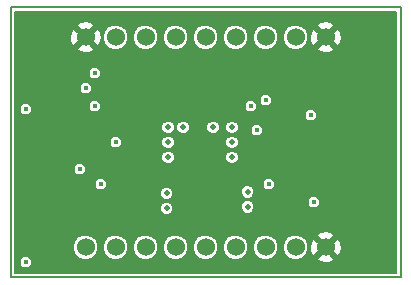
<source format=gbr>
%TF.GenerationSoftware,KiCad,Pcbnew,4.0.2-stable*%
%TF.CreationDate,2021-11-11T14:40:34-08:00*%
%TF.ProjectId,RS485,52533438352E6B696361645F70636200,rev?*%
%TF.FileFunction,Copper,L3,Inr,Signal*%
%FSLAX46Y46*%
G04 Gerber Fmt 4.6, Leading zero omitted, Abs format (unit mm)*
G04 Created by KiCad (PCBNEW 4.0.2-stable) date 11/11/2021 2:40:34 PM*
%MOMM*%
G01*
G04 APERTURE LIST*
%ADD10C,0.100000*%
%ADD11C,0.150000*%
%ADD12C,1.524000*%
%ADD13C,0.508000*%
%ADD14C,0.406400*%
%ADD15C,0.127000*%
G04 APERTURE END LIST*
D10*
D11*
X170180000Y-107950000D02*
X170180000Y-85090000D01*
X203200000Y-107950000D02*
X170180000Y-107950000D01*
X203200000Y-85090000D02*
X203200000Y-107950000D01*
X170180000Y-85090000D02*
X203200000Y-85090000D01*
D12*
X196850000Y-87630000D03*
X194310000Y-87630000D03*
X191770000Y-87630000D03*
X189230000Y-87630000D03*
X186690000Y-87630000D03*
X184150000Y-87630000D03*
X181610000Y-87630000D03*
X179070000Y-87630000D03*
X176530000Y-87630000D03*
X196850000Y-105410000D03*
X194310000Y-105410000D03*
X191770000Y-105410000D03*
X189230000Y-105410000D03*
X186690000Y-105410000D03*
X184150000Y-105410000D03*
X181610000Y-105410000D03*
X179070000Y-105410000D03*
X176530000Y-105410000D03*
D13*
X186055000Y-102806500D03*
D14*
X195834000Y-97536000D03*
X197866000Y-100076000D03*
D13*
X191008000Y-96266000D03*
X181102000Y-92202000D03*
D14*
X175260000Y-91948000D03*
X192278000Y-90424000D03*
X197612000Y-92964000D03*
X201676000Y-93472000D03*
X201676000Y-97028000D03*
X181356000Y-102870000D03*
X181356000Y-99822000D03*
X179070000Y-95504000D03*
X179070000Y-102362000D03*
X171450000Y-91440000D03*
X171450000Y-98425000D03*
X172402500Y-98742500D03*
D13*
X187071000Y-101981000D03*
X187071000Y-100711000D03*
X188277500Y-90170000D03*
D14*
X195834000Y-101600000D03*
D13*
X183388000Y-102108000D03*
X183388000Y-100838000D03*
D14*
X177292000Y-90678000D03*
X195580000Y-94234000D03*
X179070000Y-96520000D03*
D13*
X190246000Y-100711000D03*
X190246000Y-101981000D03*
X183515000Y-97790000D03*
X183515000Y-95250000D03*
X184785000Y-95250000D03*
X183515000Y-96520000D03*
X188912500Y-97790000D03*
X188912500Y-95250000D03*
X187325000Y-95250000D03*
X188912500Y-96520000D03*
D14*
X171450000Y-106680000D03*
X191008000Y-95504000D03*
X177800000Y-100076000D03*
X190500000Y-93472000D03*
X177292000Y-93472000D03*
X192024000Y-100076000D03*
X176022000Y-98806000D03*
X191770000Y-92964000D03*
X176530000Y-91948000D03*
X171450000Y-93726000D03*
D15*
G36*
X202807500Y-107557500D02*
X170572500Y-107557500D01*
X170572500Y-106783119D01*
X170929210Y-106783119D01*
X171008315Y-106974567D01*
X171154662Y-107121170D01*
X171345972Y-107200609D01*
X171553119Y-107200790D01*
X171744567Y-107121685D01*
X171891170Y-106975338D01*
X171970609Y-106784028D01*
X171970790Y-106576881D01*
X171891685Y-106385433D01*
X171745338Y-106238830D01*
X171554028Y-106159391D01*
X171346881Y-106159210D01*
X171155433Y-106238315D01*
X171008830Y-106384662D01*
X170929391Y-106575972D01*
X170929210Y-106783119D01*
X170572500Y-106783119D01*
X170572500Y-105623784D01*
X175450313Y-105623784D01*
X175614311Y-106020689D01*
X175917714Y-106324622D01*
X176314332Y-106489313D01*
X176743784Y-106489687D01*
X177140689Y-106325689D01*
X177444622Y-106022286D01*
X177609313Y-105625668D01*
X177609314Y-105623784D01*
X177990313Y-105623784D01*
X178154311Y-106020689D01*
X178457714Y-106324622D01*
X178854332Y-106489313D01*
X179283784Y-106489687D01*
X179680689Y-106325689D01*
X179984622Y-106022286D01*
X180149313Y-105625668D01*
X180149314Y-105623784D01*
X180530313Y-105623784D01*
X180694311Y-106020689D01*
X180997714Y-106324622D01*
X181394332Y-106489313D01*
X181823784Y-106489687D01*
X182220689Y-106325689D01*
X182524622Y-106022286D01*
X182689313Y-105625668D01*
X182689314Y-105623784D01*
X183070313Y-105623784D01*
X183234311Y-106020689D01*
X183537714Y-106324622D01*
X183934332Y-106489313D01*
X184363784Y-106489687D01*
X184760689Y-106325689D01*
X185064622Y-106022286D01*
X185229313Y-105625668D01*
X185229314Y-105623784D01*
X185610313Y-105623784D01*
X185774311Y-106020689D01*
X186077714Y-106324622D01*
X186474332Y-106489313D01*
X186903784Y-106489687D01*
X187300689Y-106325689D01*
X187604622Y-106022286D01*
X187769313Y-105625668D01*
X187769314Y-105623784D01*
X188150313Y-105623784D01*
X188314311Y-106020689D01*
X188617714Y-106324622D01*
X189014332Y-106489313D01*
X189443784Y-106489687D01*
X189840689Y-106325689D01*
X190144622Y-106022286D01*
X190309313Y-105625668D01*
X190309314Y-105623784D01*
X190690313Y-105623784D01*
X190854311Y-106020689D01*
X191157714Y-106324622D01*
X191554332Y-106489313D01*
X191983784Y-106489687D01*
X192380689Y-106325689D01*
X192684622Y-106022286D01*
X192849313Y-105625668D01*
X192849314Y-105623784D01*
X193230313Y-105623784D01*
X193394311Y-106020689D01*
X193697714Y-106324622D01*
X194094332Y-106489313D01*
X194523784Y-106489687D01*
X194754236Y-106394466D01*
X196134942Y-106394466D01*
X196212834Y-106611082D01*
X196720970Y-106763489D01*
X197248750Y-106709838D01*
X197487166Y-106611082D01*
X197565058Y-106394466D01*
X196850000Y-105679408D01*
X196134942Y-106394466D01*
X194754236Y-106394466D01*
X194920689Y-106325689D01*
X195224622Y-106022286D01*
X195389313Y-105625668D01*
X195389613Y-105280970D01*
X195496511Y-105280970D01*
X195550162Y-105808750D01*
X195648918Y-106047166D01*
X195865534Y-106125058D01*
X196580592Y-105410000D01*
X197119408Y-105410000D01*
X197834466Y-106125058D01*
X198051082Y-106047166D01*
X198203489Y-105539030D01*
X198149838Y-105011250D01*
X198051082Y-104772834D01*
X197834466Y-104694942D01*
X197119408Y-105410000D01*
X196580592Y-105410000D01*
X195865534Y-104694942D01*
X195648918Y-104772834D01*
X195496511Y-105280970D01*
X195389613Y-105280970D01*
X195389687Y-105196216D01*
X195225689Y-104799311D01*
X194922286Y-104495378D01*
X194754084Y-104425534D01*
X196134942Y-104425534D01*
X196850000Y-105140592D01*
X197565058Y-104425534D01*
X197487166Y-104208918D01*
X196979030Y-104056511D01*
X196451250Y-104110162D01*
X196212834Y-104208918D01*
X196134942Y-104425534D01*
X194754084Y-104425534D01*
X194525668Y-104330687D01*
X194096216Y-104330313D01*
X193699311Y-104494311D01*
X193395378Y-104797714D01*
X193230687Y-105194332D01*
X193230313Y-105623784D01*
X192849314Y-105623784D01*
X192849687Y-105196216D01*
X192685689Y-104799311D01*
X192382286Y-104495378D01*
X191985668Y-104330687D01*
X191556216Y-104330313D01*
X191159311Y-104494311D01*
X190855378Y-104797714D01*
X190690687Y-105194332D01*
X190690313Y-105623784D01*
X190309314Y-105623784D01*
X190309687Y-105196216D01*
X190145689Y-104799311D01*
X189842286Y-104495378D01*
X189445668Y-104330687D01*
X189016216Y-104330313D01*
X188619311Y-104494311D01*
X188315378Y-104797714D01*
X188150687Y-105194332D01*
X188150313Y-105623784D01*
X187769314Y-105623784D01*
X187769687Y-105196216D01*
X187605689Y-104799311D01*
X187302286Y-104495378D01*
X186905668Y-104330687D01*
X186476216Y-104330313D01*
X186079311Y-104494311D01*
X185775378Y-104797714D01*
X185610687Y-105194332D01*
X185610313Y-105623784D01*
X185229314Y-105623784D01*
X185229687Y-105196216D01*
X185065689Y-104799311D01*
X184762286Y-104495378D01*
X184365668Y-104330687D01*
X183936216Y-104330313D01*
X183539311Y-104494311D01*
X183235378Y-104797714D01*
X183070687Y-105194332D01*
X183070313Y-105623784D01*
X182689314Y-105623784D01*
X182689687Y-105196216D01*
X182525689Y-104799311D01*
X182222286Y-104495378D01*
X181825668Y-104330687D01*
X181396216Y-104330313D01*
X180999311Y-104494311D01*
X180695378Y-104797714D01*
X180530687Y-105194332D01*
X180530313Y-105623784D01*
X180149314Y-105623784D01*
X180149687Y-105196216D01*
X179985689Y-104799311D01*
X179682286Y-104495378D01*
X179285668Y-104330687D01*
X178856216Y-104330313D01*
X178459311Y-104494311D01*
X178155378Y-104797714D01*
X177990687Y-105194332D01*
X177990313Y-105623784D01*
X177609314Y-105623784D01*
X177609687Y-105196216D01*
X177445689Y-104799311D01*
X177142286Y-104495378D01*
X176745668Y-104330687D01*
X176316216Y-104330313D01*
X175919311Y-104494311D01*
X175615378Y-104797714D01*
X175450687Y-105194332D01*
X175450313Y-105623784D01*
X170572500Y-105623784D01*
X170572500Y-102221180D01*
X182816401Y-102221180D01*
X182903224Y-102431306D01*
X183063849Y-102592211D01*
X183273823Y-102679400D01*
X183501180Y-102679599D01*
X183711306Y-102592776D01*
X183872211Y-102432151D01*
X183959400Y-102222177D01*
X183959512Y-102094180D01*
X189674401Y-102094180D01*
X189761224Y-102304306D01*
X189921849Y-102465211D01*
X190131823Y-102552400D01*
X190359180Y-102552599D01*
X190569306Y-102465776D01*
X190730211Y-102305151D01*
X190817400Y-102095177D01*
X190817599Y-101867820D01*
X190749546Y-101703119D01*
X195313210Y-101703119D01*
X195392315Y-101894567D01*
X195538662Y-102041170D01*
X195729972Y-102120609D01*
X195937119Y-102120790D01*
X196128567Y-102041685D01*
X196275170Y-101895338D01*
X196354609Y-101704028D01*
X196354790Y-101496881D01*
X196275685Y-101305433D01*
X196129338Y-101158830D01*
X195938028Y-101079391D01*
X195730881Y-101079210D01*
X195539433Y-101158315D01*
X195392830Y-101304662D01*
X195313391Y-101495972D01*
X195313210Y-101703119D01*
X190749546Y-101703119D01*
X190730776Y-101657694D01*
X190570151Y-101496789D01*
X190360177Y-101409600D01*
X190132820Y-101409401D01*
X189922694Y-101496224D01*
X189761789Y-101656849D01*
X189674600Y-101866823D01*
X189674401Y-102094180D01*
X183959512Y-102094180D01*
X183959599Y-101994820D01*
X183872776Y-101784694D01*
X183712151Y-101623789D01*
X183502177Y-101536600D01*
X183274820Y-101536401D01*
X183064694Y-101623224D01*
X182903789Y-101783849D01*
X182816600Y-101993823D01*
X182816401Y-102221180D01*
X170572500Y-102221180D01*
X170572500Y-100951180D01*
X182816401Y-100951180D01*
X182903224Y-101161306D01*
X183063849Y-101322211D01*
X183273823Y-101409400D01*
X183501180Y-101409599D01*
X183711306Y-101322776D01*
X183872211Y-101162151D01*
X183959400Y-100952177D01*
X183959512Y-100824180D01*
X189674401Y-100824180D01*
X189761224Y-101034306D01*
X189921849Y-101195211D01*
X190131823Y-101282400D01*
X190359180Y-101282599D01*
X190569306Y-101195776D01*
X190730211Y-101035151D01*
X190817400Y-100825177D01*
X190817599Y-100597820D01*
X190730776Y-100387694D01*
X190570151Y-100226789D01*
X190455350Y-100179119D01*
X191503210Y-100179119D01*
X191582315Y-100370567D01*
X191728662Y-100517170D01*
X191919972Y-100596609D01*
X192127119Y-100596790D01*
X192318567Y-100517685D01*
X192465170Y-100371338D01*
X192544609Y-100180028D01*
X192544790Y-99972881D01*
X192465685Y-99781433D01*
X192319338Y-99634830D01*
X192128028Y-99555391D01*
X191920881Y-99555210D01*
X191729433Y-99634315D01*
X191582830Y-99780662D01*
X191503391Y-99971972D01*
X191503210Y-100179119D01*
X190455350Y-100179119D01*
X190360177Y-100139600D01*
X190132820Y-100139401D01*
X189922694Y-100226224D01*
X189761789Y-100386849D01*
X189674600Y-100596823D01*
X189674401Y-100824180D01*
X183959512Y-100824180D01*
X183959599Y-100724820D01*
X183872776Y-100514694D01*
X183712151Y-100353789D01*
X183502177Y-100266600D01*
X183274820Y-100266401D01*
X183064694Y-100353224D01*
X182903789Y-100513849D01*
X182816600Y-100723823D01*
X182816401Y-100951180D01*
X170572500Y-100951180D01*
X170572500Y-100179119D01*
X177279210Y-100179119D01*
X177358315Y-100370567D01*
X177504662Y-100517170D01*
X177695972Y-100596609D01*
X177903119Y-100596790D01*
X178094567Y-100517685D01*
X178241170Y-100371338D01*
X178320609Y-100180028D01*
X178320790Y-99972881D01*
X178241685Y-99781433D01*
X178095338Y-99634830D01*
X177904028Y-99555391D01*
X177696881Y-99555210D01*
X177505433Y-99634315D01*
X177358830Y-99780662D01*
X177279391Y-99971972D01*
X177279210Y-100179119D01*
X170572500Y-100179119D01*
X170572500Y-98909119D01*
X175501210Y-98909119D01*
X175580315Y-99100567D01*
X175726662Y-99247170D01*
X175917972Y-99326609D01*
X176125119Y-99326790D01*
X176316567Y-99247685D01*
X176463170Y-99101338D01*
X176542609Y-98910028D01*
X176542790Y-98702881D01*
X176463685Y-98511433D01*
X176317338Y-98364830D01*
X176126028Y-98285391D01*
X175918881Y-98285210D01*
X175727433Y-98364315D01*
X175580830Y-98510662D01*
X175501391Y-98701972D01*
X175501210Y-98909119D01*
X170572500Y-98909119D01*
X170572500Y-97903180D01*
X182943401Y-97903180D01*
X183030224Y-98113306D01*
X183190849Y-98274211D01*
X183400823Y-98361400D01*
X183628180Y-98361599D01*
X183838306Y-98274776D01*
X183999211Y-98114151D01*
X184086400Y-97904177D01*
X184086400Y-97903180D01*
X188340901Y-97903180D01*
X188427724Y-98113306D01*
X188588349Y-98274211D01*
X188798323Y-98361400D01*
X189025680Y-98361599D01*
X189235806Y-98274776D01*
X189396711Y-98114151D01*
X189483900Y-97904177D01*
X189484099Y-97676820D01*
X189397276Y-97466694D01*
X189236651Y-97305789D01*
X189026677Y-97218600D01*
X188799320Y-97218401D01*
X188589194Y-97305224D01*
X188428289Y-97465849D01*
X188341100Y-97675823D01*
X188340901Y-97903180D01*
X184086400Y-97903180D01*
X184086599Y-97676820D01*
X183999776Y-97466694D01*
X183839151Y-97305789D01*
X183629177Y-97218600D01*
X183401820Y-97218401D01*
X183191694Y-97305224D01*
X183030789Y-97465849D01*
X182943600Y-97675823D01*
X182943401Y-97903180D01*
X170572500Y-97903180D01*
X170572500Y-96623119D01*
X178549210Y-96623119D01*
X178628315Y-96814567D01*
X178774662Y-96961170D01*
X178965972Y-97040609D01*
X179173119Y-97040790D01*
X179364567Y-96961685D01*
X179511170Y-96815338D01*
X179586808Y-96633180D01*
X182943401Y-96633180D01*
X183030224Y-96843306D01*
X183190849Y-97004211D01*
X183400823Y-97091400D01*
X183628180Y-97091599D01*
X183838306Y-97004776D01*
X183999211Y-96844151D01*
X184086400Y-96634177D01*
X184086400Y-96633180D01*
X188340901Y-96633180D01*
X188427724Y-96843306D01*
X188588349Y-97004211D01*
X188798323Y-97091400D01*
X189025680Y-97091599D01*
X189235806Y-97004776D01*
X189396711Y-96844151D01*
X189483900Y-96634177D01*
X189484099Y-96406820D01*
X189397276Y-96196694D01*
X189236651Y-96035789D01*
X189026677Y-95948600D01*
X188799320Y-95948401D01*
X188589194Y-96035224D01*
X188428289Y-96195849D01*
X188341100Y-96405823D01*
X188340901Y-96633180D01*
X184086400Y-96633180D01*
X184086599Y-96406820D01*
X183999776Y-96196694D01*
X183839151Y-96035789D01*
X183629177Y-95948600D01*
X183401820Y-95948401D01*
X183191694Y-96035224D01*
X183030789Y-96195849D01*
X182943600Y-96405823D01*
X182943401Y-96633180D01*
X179586808Y-96633180D01*
X179590609Y-96624028D01*
X179590790Y-96416881D01*
X179511685Y-96225433D01*
X179365338Y-96078830D01*
X179174028Y-95999391D01*
X178966881Y-95999210D01*
X178775433Y-96078315D01*
X178628830Y-96224662D01*
X178549391Y-96415972D01*
X178549210Y-96623119D01*
X170572500Y-96623119D01*
X170572500Y-95363180D01*
X182943401Y-95363180D01*
X183030224Y-95573306D01*
X183190849Y-95734211D01*
X183400823Y-95821400D01*
X183628180Y-95821599D01*
X183838306Y-95734776D01*
X183999211Y-95574151D01*
X184086400Y-95364177D01*
X184086400Y-95363180D01*
X184213401Y-95363180D01*
X184300224Y-95573306D01*
X184460849Y-95734211D01*
X184670823Y-95821400D01*
X184898180Y-95821599D01*
X185108306Y-95734776D01*
X185269211Y-95574151D01*
X185356400Y-95364177D01*
X185356400Y-95363180D01*
X186753401Y-95363180D01*
X186840224Y-95573306D01*
X187000849Y-95734211D01*
X187210823Y-95821400D01*
X187438180Y-95821599D01*
X187648306Y-95734776D01*
X187809211Y-95574151D01*
X187896400Y-95364177D01*
X187896400Y-95363180D01*
X188340901Y-95363180D01*
X188427724Y-95573306D01*
X188588349Y-95734211D01*
X188798323Y-95821400D01*
X189025680Y-95821599D01*
X189235806Y-95734776D01*
X189363685Y-95607119D01*
X190487210Y-95607119D01*
X190566315Y-95798567D01*
X190712662Y-95945170D01*
X190903972Y-96024609D01*
X191111119Y-96024790D01*
X191302567Y-95945685D01*
X191449170Y-95799338D01*
X191528609Y-95608028D01*
X191528790Y-95400881D01*
X191449685Y-95209433D01*
X191303338Y-95062830D01*
X191112028Y-94983391D01*
X190904881Y-94983210D01*
X190713433Y-95062315D01*
X190566830Y-95208662D01*
X190487391Y-95399972D01*
X190487210Y-95607119D01*
X189363685Y-95607119D01*
X189396711Y-95574151D01*
X189483900Y-95364177D01*
X189484099Y-95136820D01*
X189397276Y-94926694D01*
X189236651Y-94765789D01*
X189026677Y-94678600D01*
X188799320Y-94678401D01*
X188589194Y-94765224D01*
X188428289Y-94925849D01*
X188341100Y-95135823D01*
X188340901Y-95363180D01*
X187896400Y-95363180D01*
X187896599Y-95136820D01*
X187809776Y-94926694D01*
X187649151Y-94765789D01*
X187439177Y-94678600D01*
X187211820Y-94678401D01*
X187001694Y-94765224D01*
X186840789Y-94925849D01*
X186753600Y-95135823D01*
X186753401Y-95363180D01*
X185356400Y-95363180D01*
X185356599Y-95136820D01*
X185269776Y-94926694D01*
X185109151Y-94765789D01*
X184899177Y-94678600D01*
X184671820Y-94678401D01*
X184461694Y-94765224D01*
X184300789Y-94925849D01*
X184213600Y-95135823D01*
X184213401Y-95363180D01*
X184086400Y-95363180D01*
X184086599Y-95136820D01*
X183999776Y-94926694D01*
X183839151Y-94765789D01*
X183629177Y-94678600D01*
X183401820Y-94678401D01*
X183191694Y-94765224D01*
X183030789Y-94925849D01*
X182943600Y-95135823D01*
X182943401Y-95363180D01*
X170572500Y-95363180D01*
X170572500Y-94337119D01*
X195059210Y-94337119D01*
X195138315Y-94528567D01*
X195284662Y-94675170D01*
X195475972Y-94754609D01*
X195683119Y-94754790D01*
X195874567Y-94675685D01*
X196021170Y-94529338D01*
X196100609Y-94338028D01*
X196100790Y-94130881D01*
X196021685Y-93939433D01*
X195875338Y-93792830D01*
X195684028Y-93713391D01*
X195476881Y-93713210D01*
X195285433Y-93792315D01*
X195138830Y-93938662D01*
X195059391Y-94129972D01*
X195059210Y-94337119D01*
X170572500Y-94337119D01*
X170572500Y-93829119D01*
X170929210Y-93829119D01*
X171008315Y-94020567D01*
X171154662Y-94167170D01*
X171345972Y-94246609D01*
X171553119Y-94246790D01*
X171744567Y-94167685D01*
X171891170Y-94021338D01*
X171970609Y-93830028D01*
X171970790Y-93622881D01*
X171951056Y-93575119D01*
X176771210Y-93575119D01*
X176850315Y-93766567D01*
X176996662Y-93913170D01*
X177187972Y-93992609D01*
X177395119Y-93992790D01*
X177586567Y-93913685D01*
X177733170Y-93767338D01*
X177812609Y-93576028D01*
X177812609Y-93575119D01*
X189979210Y-93575119D01*
X190058315Y-93766567D01*
X190204662Y-93913170D01*
X190395972Y-93992609D01*
X190603119Y-93992790D01*
X190794567Y-93913685D01*
X190941170Y-93767338D01*
X191020609Y-93576028D01*
X191020790Y-93368881D01*
X190941685Y-93177433D01*
X190831564Y-93067119D01*
X191249210Y-93067119D01*
X191328315Y-93258567D01*
X191474662Y-93405170D01*
X191665972Y-93484609D01*
X191873119Y-93484790D01*
X192064567Y-93405685D01*
X192211170Y-93259338D01*
X192290609Y-93068028D01*
X192290790Y-92860881D01*
X192211685Y-92669433D01*
X192065338Y-92522830D01*
X191874028Y-92443391D01*
X191666881Y-92443210D01*
X191475433Y-92522315D01*
X191328830Y-92668662D01*
X191249391Y-92859972D01*
X191249210Y-93067119D01*
X190831564Y-93067119D01*
X190795338Y-93030830D01*
X190604028Y-92951391D01*
X190396881Y-92951210D01*
X190205433Y-93030315D01*
X190058830Y-93176662D01*
X189979391Y-93367972D01*
X189979210Y-93575119D01*
X177812609Y-93575119D01*
X177812790Y-93368881D01*
X177733685Y-93177433D01*
X177587338Y-93030830D01*
X177396028Y-92951391D01*
X177188881Y-92951210D01*
X176997433Y-93030315D01*
X176850830Y-93176662D01*
X176771391Y-93367972D01*
X176771210Y-93575119D01*
X171951056Y-93575119D01*
X171891685Y-93431433D01*
X171745338Y-93284830D01*
X171554028Y-93205391D01*
X171346881Y-93205210D01*
X171155433Y-93284315D01*
X171008830Y-93430662D01*
X170929391Y-93621972D01*
X170929210Y-93829119D01*
X170572500Y-93829119D01*
X170572500Y-92051119D01*
X176009210Y-92051119D01*
X176088315Y-92242567D01*
X176234662Y-92389170D01*
X176425972Y-92468609D01*
X176633119Y-92468790D01*
X176824567Y-92389685D01*
X176971170Y-92243338D01*
X177050609Y-92052028D01*
X177050790Y-91844881D01*
X176971685Y-91653433D01*
X176825338Y-91506830D01*
X176634028Y-91427391D01*
X176426881Y-91427210D01*
X176235433Y-91506315D01*
X176088830Y-91652662D01*
X176009391Y-91843972D01*
X176009210Y-92051119D01*
X170572500Y-92051119D01*
X170572500Y-90781119D01*
X176771210Y-90781119D01*
X176850315Y-90972567D01*
X176996662Y-91119170D01*
X177187972Y-91198609D01*
X177395119Y-91198790D01*
X177586567Y-91119685D01*
X177733170Y-90973338D01*
X177812609Y-90782028D01*
X177812790Y-90574881D01*
X177733685Y-90383433D01*
X177587338Y-90236830D01*
X177396028Y-90157391D01*
X177188881Y-90157210D01*
X176997433Y-90236315D01*
X176850830Y-90382662D01*
X176771391Y-90573972D01*
X176771210Y-90781119D01*
X170572500Y-90781119D01*
X170572500Y-88614466D01*
X175814942Y-88614466D01*
X175892834Y-88831082D01*
X176400970Y-88983489D01*
X176928750Y-88929838D01*
X177167166Y-88831082D01*
X177245058Y-88614466D01*
X176530000Y-87899408D01*
X175814942Y-88614466D01*
X170572500Y-88614466D01*
X170572500Y-87500970D01*
X175176511Y-87500970D01*
X175230162Y-88028750D01*
X175328918Y-88267166D01*
X175545534Y-88345058D01*
X176260592Y-87630000D01*
X176799408Y-87630000D01*
X177514466Y-88345058D01*
X177731082Y-88267166D01*
X177858068Y-87843784D01*
X177990313Y-87843784D01*
X178154311Y-88240689D01*
X178457714Y-88544622D01*
X178854332Y-88709313D01*
X179283784Y-88709687D01*
X179680689Y-88545689D01*
X179984622Y-88242286D01*
X180149313Y-87845668D01*
X180149314Y-87843784D01*
X180530313Y-87843784D01*
X180694311Y-88240689D01*
X180997714Y-88544622D01*
X181394332Y-88709313D01*
X181823784Y-88709687D01*
X182220689Y-88545689D01*
X182524622Y-88242286D01*
X182689313Y-87845668D01*
X182689314Y-87843784D01*
X183070313Y-87843784D01*
X183234311Y-88240689D01*
X183537714Y-88544622D01*
X183934332Y-88709313D01*
X184363784Y-88709687D01*
X184760689Y-88545689D01*
X185064622Y-88242286D01*
X185229313Y-87845668D01*
X185229314Y-87843784D01*
X185610313Y-87843784D01*
X185774311Y-88240689D01*
X186077714Y-88544622D01*
X186474332Y-88709313D01*
X186903784Y-88709687D01*
X187300689Y-88545689D01*
X187604622Y-88242286D01*
X187769313Y-87845668D01*
X187769314Y-87843784D01*
X188150313Y-87843784D01*
X188314311Y-88240689D01*
X188617714Y-88544622D01*
X189014332Y-88709313D01*
X189443784Y-88709687D01*
X189840689Y-88545689D01*
X190144622Y-88242286D01*
X190309313Y-87845668D01*
X190309314Y-87843784D01*
X190690313Y-87843784D01*
X190854311Y-88240689D01*
X191157714Y-88544622D01*
X191554332Y-88709313D01*
X191983784Y-88709687D01*
X192380689Y-88545689D01*
X192684622Y-88242286D01*
X192849313Y-87845668D01*
X192849314Y-87843784D01*
X193230313Y-87843784D01*
X193394311Y-88240689D01*
X193697714Y-88544622D01*
X194094332Y-88709313D01*
X194523784Y-88709687D01*
X194754236Y-88614466D01*
X196134942Y-88614466D01*
X196212834Y-88831082D01*
X196720970Y-88983489D01*
X197248750Y-88929838D01*
X197487166Y-88831082D01*
X197565058Y-88614466D01*
X196850000Y-87899408D01*
X196134942Y-88614466D01*
X194754236Y-88614466D01*
X194920689Y-88545689D01*
X195224622Y-88242286D01*
X195389313Y-87845668D01*
X195389613Y-87500970D01*
X195496511Y-87500970D01*
X195550162Y-88028750D01*
X195648918Y-88267166D01*
X195865534Y-88345058D01*
X196580592Y-87630000D01*
X197119408Y-87630000D01*
X197834466Y-88345058D01*
X198051082Y-88267166D01*
X198203489Y-87759030D01*
X198149838Y-87231250D01*
X198051082Y-86992834D01*
X197834466Y-86914942D01*
X197119408Y-87630000D01*
X196580592Y-87630000D01*
X195865534Y-86914942D01*
X195648918Y-86992834D01*
X195496511Y-87500970D01*
X195389613Y-87500970D01*
X195389687Y-87416216D01*
X195225689Y-87019311D01*
X194922286Y-86715378D01*
X194754084Y-86645534D01*
X196134942Y-86645534D01*
X196850000Y-87360592D01*
X197565058Y-86645534D01*
X197487166Y-86428918D01*
X196979030Y-86276511D01*
X196451250Y-86330162D01*
X196212834Y-86428918D01*
X196134942Y-86645534D01*
X194754084Y-86645534D01*
X194525668Y-86550687D01*
X194096216Y-86550313D01*
X193699311Y-86714311D01*
X193395378Y-87017714D01*
X193230687Y-87414332D01*
X193230313Y-87843784D01*
X192849314Y-87843784D01*
X192849687Y-87416216D01*
X192685689Y-87019311D01*
X192382286Y-86715378D01*
X191985668Y-86550687D01*
X191556216Y-86550313D01*
X191159311Y-86714311D01*
X190855378Y-87017714D01*
X190690687Y-87414332D01*
X190690313Y-87843784D01*
X190309314Y-87843784D01*
X190309687Y-87416216D01*
X190145689Y-87019311D01*
X189842286Y-86715378D01*
X189445668Y-86550687D01*
X189016216Y-86550313D01*
X188619311Y-86714311D01*
X188315378Y-87017714D01*
X188150687Y-87414332D01*
X188150313Y-87843784D01*
X187769314Y-87843784D01*
X187769687Y-87416216D01*
X187605689Y-87019311D01*
X187302286Y-86715378D01*
X186905668Y-86550687D01*
X186476216Y-86550313D01*
X186079311Y-86714311D01*
X185775378Y-87017714D01*
X185610687Y-87414332D01*
X185610313Y-87843784D01*
X185229314Y-87843784D01*
X185229687Y-87416216D01*
X185065689Y-87019311D01*
X184762286Y-86715378D01*
X184365668Y-86550687D01*
X183936216Y-86550313D01*
X183539311Y-86714311D01*
X183235378Y-87017714D01*
X183070687Y-87414332D01*
X183070313Y-87843784D01*
X182689314Y-87843784D01*
X182689687Y-87416216D01*
X182525689Y-87019311D01*
X182222286Y-86715378D01*
X181825668Y-86550687D01*
X181396216Y-86550313D01*
X180999311Y-86714311D01*
X180695378Y-87017714D01*
X180530687Y-87414332D01*
X180530313Y-87843784D01*
X180149314Y-87843784D01*
X180149687Y-87416216D01*
X179985689Y-87019311D01*
X179682286Y-86715378D01*
X179285668Y-86550687D01*
X178856216Y-86550313D01*
X178459311Y-86714311D01*
X178155378Y-87017714D01*
X177990687Y-87414332D01*
X177990313Y-87843784D01*
X177858068Y-87843784D01*
X177883489Y-87759030D01*
X177829838Y-87231250D01*
X177731082Y-86992834D01*
X177514466Y-86914942D01*
X176799408Y-87630000D01*
X176260592Y-87630000D01*
X175545534Y-86914942D01*
X175328918Y-86992834D01*
X175176511Y-87500970D01*
X170572500Y-87500970D01*
X170572500Y-86645534D01*
X175814942Y-86645534D01*
X176530000Y-87360592D01*
X177245058Y-86645534D01*
X177167166Y-86428918D01*
X176659030Y-86276511D01*
X176131250Y-86330162D01*
X175892834Y-86428918D01*
X175814942Y-86645534D01*
X170572500Y-86645534D01*
X170572500Y-85482500D01*
X202807500Y-85482500D01*
X202807500Y-107557500D01*
X202807500Y-107557500D01*
G37*
X202807500Y-107557500D02*
X170572500Y-107557500D01*
X170572500Y-106783119D01*
X170929210Y-106783119D01*
X171008315Y-106974567D01*
X171154662Y-107121170D01*
X171345972Y-107200609D01*
X171553119Y-107200790D01*
X171744567Y-107121685D01*
X171891170Y-106975338D01*
X171970609Y-106784028D01*
X171970790Y-106576881D01*
X171891685Y-106385433D01*
X171745338Y-106238830D01*
X171554028Y-106159391D01*
X171346881Y-106159210D01*
X171155433Y-106238315D01*
X171008830Y-106384662D01*
X170929391Y-106575972D01*
X170929210Y-106783119D01*
X170572500Y-106783119D01*
X170572500Y-105623784D01*
X175450313Y-105623784D01*
X175614311Y-106020689D01*
X175917714Y-106324622D01*
X176314332Y-106489313D01*
X176743784Y-106489687D01*
X177140689Y-106325689D01*
X177444622Y-106022286D01*
X177609313Y-105625668D01*
X177609314Y-105623784D01*
X177990313Y-105623784D01*
X178154311Y-106020689D01*
X178457714Y-106324622D01*
X178854332Y-106489313D01*
X179283784Y-106489687D01*
X179680689Y-106325689D01*
X179984622Y-106022286D01*
X180149313Y-105625668D01*
X180149314Y-105623784D01*
X180530313Y-105623784D01*
X180694311Y-106020689D01*
X180997714Y-106324622D01*
X181394332Y-106489313D01*
X181823784Y-106489687D01*
X182220689Y-106325689D01*
X182524622Y-106022286D01*
X182689313Y-105625668D01*
X182689314Y-105623784D01*
X183070313Y-105623784D01*
X183234311Y-106020689D01*
X183537714Y-106324622D01*
X183934332Y-106489313D01*
X184363784Y-106489687D01*
X184760689Y-106325689D01*
X185064622Y-106022286D01*
X185229313Y-105625668D01*
X185229314Y-105623784D01*
X185610313Y-105623784D01*
X185774311Y-106020689D01*
X186077714Y-106324622D01*
X186474332Y-106489313D01*
X186903784Y-106489687D01*
X187300689Y-106325689D01*
X187604622Y-106022286D01*
X187769313Y-105625668D01*
X187769314Y-105623784D01*
X188150313Y-105623784D01*
X188314311Y-106020689D01*
X188617714Y-106324622D01*
X189014332Y-106489313D01*
X189443784Y-106489687D01*
X189840689Y-106325689D01*
X190144622Y-106022286D01*
X190309313Y-105625668D01*
X190309314Y-105623784D01*
X190690313Y-105623784D01*
X190854311Y-106020689D01*
X191157714Y-106324622D01*
X191554332Y-106489313D01*
X191983784Y-106489687D01*
X192380689Y-106325689D01*
X192684622Y-106022286D01*
X192849313Y-105625668D01*
X192849314Y-105623784D01*
X193230313Y-105623784D01*
X193394311Y-106020689D01*
X193697714Y-106324622D01*
X194094332Y-106489313D01*
X194523784Y-106489687D01*
X194754236Y-106394466D01*
X196134942Y-106394466D01*
X196212834Y-106611082D01*
X196720970Y-106763489D01*
X197248750Y-106709838D01*
X197487166Y-106611082D01*
X197565058Y-106394466D01*
X196850000Y-105679408D01*
X196134942Y-106394466D01*
X194754236Y-106394466D01*
X194920689Y-106325689D01*
X195224622Y-106022286D01*
X195389313Y-105625668D01*
X195389613Y-105280970D01*
X195496511Y-105280970D01*
X195550162Y-105808750D01*
X195648918Y-106047166D01*
X195865534Y-106125058D01*
X196580592Y-105410000D01*
X197119408Y-105410000D01*
X197834466Y-106125058D01*
X198051082Y-106047166D01*
X198203489Y-105539030D01*
X198149838Y-105011250D01*
X198051082Y-104772834D01*
X197834466Y-104694942D01*
X197119408Y-105410000D01*
X196580592Y-105410000D01*
X195865534Y-104694942D01*
X195648918Y-104772834D01*
X195496511Y-105280970D01*
X195389613Y-105280970D01*
X195389687Y-105196216D01*
X195225689Y-104799311D01*
X194922286Y-104495378D01*
X194754084Y-104425534D01*
X196134942Y-104425534D01*
X196850000Y-105140592D01*
X197565058Y-104425534D01*
X197487166Y-104208918D01*
X196979030Y-104056511D01*
X196451250Y-104110162D01*
X196212834Y-104208918D01*
X196134942Y-104425534D01*
X194754084Y-104425534D01*
X194525668Y-104330687D01*
X194096216Y-104330313D01*
X193699311Y-104494311D01*
X193395378Y-104797714D01*
X193230687Y-105194332D01*
X193230313Y-105623784D01*
X192849314Y-105623784D01*
X192849687Y-105196216D01*
X192685689Y-104799311D01*
X192382286Y-104495378D01*
X191985668Y-104330687D01*
X191556216Y-104330313D01*
X191159311Y-104494311D01*
X190855378Y-104797714D01*
X190690687Y-105194332D01*
X190690313Y-105623784D01*
X190309314Y-105623784D01*
X190309687Y-105196216D01*
X190145689Y-104799311D01*
X189842286Y-104495378D01*
X189445668Y-104330687D01*
X189016216Y-104330313D01*
X188619311Y-104494311D01*
X188315378Y-104797714D01*
X188150687Y-105194332D01*
X188150313Y-105623784D01*
X187769314Y-105623784D01*
X187769687Y-105196216D01*
X187605689Y-104799311D01*
X187302286Y-104495378D01*
X186905668Y-104330687D01*
X186476216Y-104330313D01*
X186079311Y-104494311D01*
X185775378Y-104797714D01*
X185610687Y-105194332D01*
X185610313Y-105623784D01*
X185229314Y-105623784D01*
X185229687Y-105196216D01*
X185065689Y-104799311D01*
X184762286Y-104495378D01*
X184365668Y-104330687D01*
X183936216Y-104330313D01*
X183539311Y-104494311D01*
X183235378Y-104797714D01*
X183070687Y-105194332D01*
X183070313Y-105623784D01*
X182689314Y-105623784D01*
X182689687Y-105196216D01*
X182525689Y-104799311D01*
X182222286Y-104495378D01*
X181825668Y-104330687D01*
X181396216Y-104330313D01*
X180999311Y-104494311D01*
X180695378Y-104797714D01*
X180530687Y-105194332D01*
X180530313Y-105623784D01*
X180149314Y-105623784D01*
X180149687Y-105196216D01*
X179985689Y-104799311D01*
X179682286Y-104495378D01*
X179285668Y-104330687D01*
X178856216Y-104330313D01*
X178459311Y-104494311D01*
X178155378Y-104797714D01*
X177990687Y-105194332D01*
X177990313Y-105623784D01*
X177609314Y-105623784D01*
X177609687Y-105196216D01*
X177445689Y-104799311D01*
X177142286Y-104495378D01*
X176745668Y-104330687D01*
X176316216Y-104330313D01*
X175919311Y-104494311D01*
X175615378Y-104797714D01*
X175450687Y-105194332D01*
X175450313Y-105623784D01*
X170572500Y-105623784D01*
X170572500Y-102221180D01*
X182816401Y-102221180D01*
X182903224Y-102431306D01*
X183063849Y-102592211D01*
X183273823Y-102679400D01*
X183501180Y-102679599D01*
X183711306Y-102592776D01*
X183872211Y-102432151D01*
X183959400Y-102222177D01*
X183959512Y-102094180D01*
X189674401Y-102094180D01*
X189761224Y-102304306D01*
X189921849Y-102465211D01*
X190131823Y-102552400D01*
X190359180Y-102552599D01*
X190569306Y-102465776D01*
X190730211Y-102305151D01*
X190817400Y-102095177D01*
X190817599Y-101867820D01*
X190749546Y-101703119D01*
X195313210Y-101703119D01*
X195392315Y-101894567D01*
X195538662Y-102041170D01*
X195729972Y-102120609D01*
X195937119Y-102120790D01*
X196128567Y-102041685D01*
X196275170Y-101895338D01*
X196354609Y-101704028D01*
X196354790Y-101496881D01*
X196275685Y-101305433D01*
X196129338Y-101158830D01*
X195938028Y-101079391D01*
X195730881Y-101079210D01*
X195539433Y-101158315D01*
X195392830Y-101304662D01*
X195313391Y-101495972D01*
X195313210Y-101703119D01*
X190749546Y-101703119D01*
X190730776Y-101657694D01*
X190570151Y-101496789D01*
X190360177Y-101409600D01*
X190132820Y-101409401D01*
X189922694Y-101496224D01*
X189761789Y-101656849D01*
X189674600Y-101866823D01*
X189674401Y-102094180D01*
X183959512Y-102094180D01*
X183959599Y-101994820D01*
X183872776Y-101784694D01*
X183712151Y-101623789D01*
X183502177Y-101536600D01*
X183274820Y-101536401D01*
X183064694Y-101623224D01*
X182903789Y-101783849D01*
X182816600Y-101993823D01*
X182816401Y-102221180D01*
X170572500Y-102221180D01*
X170572500Y-100951180D01*
X182816401Y-100951180D01*
X182903224Y-101161306D01*
X183063849Y-101322211D01*
X183273823Y-101409400D01*
X183501180Y-101409599D01*
X183711306Y-101322776D01*
X183872211Y-101162151D01*
X183959400Y-100952177D01*
X183959512Y-100824180D01*
X189674401Y-100824180D01*
X189761224Y-101034306D01*
X189921849Y-101195211D01*
X190131823Y-101282400D01*
X190359180Y-101282599D01*
X190569306Y-101195776D01*
X190730211Y-101035151D01*
X190817400Y-100825177D01*
X190817599Y-100597820D01*
X190730776Y-100387694D01*
X190570151Y-100226789D01*
X190455350Y-100179119D01*
X191503210Y-100179119D01*
X191582315Y-100370567D01*
X191728662Y-100517170D01*
X191919972Y-100596609D01*
X192127119Y-100596790D01*
X192318567Y-100517685D01*
X192465170Y-100371338D01*
X192544609Y-100180028D01*
X192544790Y-99972881D01*
X192465685Y-99781433D01*
X192319338Y-99634830D01*
X192128028Y-99555391D01*
X191920881Y-99555210D01*
X191729433Y-99634315D01*
X191582830Y-99780662D01*
X191503391Y-99971972D01*
X191503210Y-100179119D01*
X190455350Y-100179119D01*
X190360177Y-100139600D01*
X190132820Y-100139401D01*
X189922694Y-100226224D01*
X189761789Y-100386849D01*
X189674600Y-100596823D01*
X189674401Y-100824180D01*
X183959512Y-100824180D01*
X183959599Y-100724820D01*
X183872776Y-100514694D01*
X183712151Y-100353789D01*
X183502177Y-100266600D01*
X183274820Y-100266401D01*
X183064694Y-100353224D01*
X182903789Y-100513849D01*
X182816600Y-100723823D01*
X182816401Y-100951180D01*
X170572500Y-100951180D01*
X170572500Y-100179119D01*
X177279210Y-100179119D01*
X177358315Y-100370567D01*
X177504662Y-100517170D01*
X177695972Y-100596609D01*
X177903119Y-100596790D01*
X178094567Y-100517685D01*
X178241170Y-100371338D01*
X178320609Y-100180028D01*
X178320790Y-99972881D01*
X178241685Y-99781433D01*
X178095338Y-99634830D01*
X177904028Y-99555391D01*
X177696881Y-99555210D01*
X177505433Y-99634315D01*
X177358830Y-99780662D01*
X177279391Y-99971972D01*
X177279210Y-100179119D01*
X170572500Y-100179119D01*
X170572500Y-98909119D01*
X175501210Y-98909119D01*
X175580315Y-99100567D01*
X175726662Y-99247170D01*
X175917972Y-99326609D01*
X176125119Y-99326790D01*
X176316567Y-99247685D01*
X176463170Y-99101338D01*
X176542609Y-98910028D01*
X176542790Y-98702881D01*
X176463685Y-98511433D01*
X176317338Y-98364830D01*
X176126028Y-98285391D01*
X175918881Y-98285210D01*
X175727433Y-98364315D01*
X175580830Y-98510662D01*
X175501391Y-98701972D01*
X175501210Y-98909119D01*
X170572500Y-98909119D01*
X170572500Y-97903180D01*
X182943401Y-97903180D01*
X183030224Y-98113306D01*
X183190849Y-98274211D01*
X183400823Y-98361400D01*
X183628180Y-98361599D01*
X183838306Y-98274776D01*
X183999211Y-98114151D01*
X184086400Y-97904177D01*
X184086400Y-97903180D01*
X188340901Y-97903180D01*
X188427724Y-98113306D01*
X188588349Y-98274211D01*
X188798323Y-98361400D01*
X189025680Y-98361599D01*
X189235806Y-98274776D01*
X189396711Y-98114151D01*
X189483900Y-97904177D01*
X189484099Y-97676820D01*
X189397276Y-97466694D01*
X189236651Y-97305789D01*
X189026677Y-97218600D01*
X188799320Y-97218401D01*
X188589194Y-97305224D01*
X188428289Y-97465849D01*
X188341100Y-97675823D01*
X188340901Y-97903180D01*
X184086400Y-97903180D01*
X184086599Y-97676820D01*
X183999776Y-97466694D01*
X183839151Y-97305789D01*
X183629177Y-97218600D01*
X183401820Y-97218401D01*
X183191694Y-97305224D01*
X183030789Y-97465849D01*
X182943600Y-97675823D01*
X182943401Y-97903180D01*
X170572500Y-97903180D01*
X170572500Y-96623119D01*
X178549210Y-96623119D01*
X178628315Y-96814567D01*
X178774662Y-96961170D01*
X178965972Y-97040609D01*
X179173119Y-97040790D01*
X179364567Y-96961685D01*
X179511170Y-96815338D01*
X179586808Y-96633180D01*
X182943401Y-96633180D01*
X183030224Y-96843306D01*
X183190849Y-97004211D01*
X183400823Y-97091400D01*
X183628180Y-97091599D01*
X183838306Y-97004776D01*
X183999211Y-96844151D01*
X184086400Y-96634177D01*
X184086400Y-96633180D01*
X188340901Y-96633180D01*
X188427724Y-96843306D01*
X188588349Y-97004211D01*
X188798323Y-97091400D01*
X189025680Y-97091599D01*
X189235806Y-97004776D01*
X189396711Y-96844151D01*
X189483900Y-96634177D01*
X189484099Y-96406820D01*
X189397276Y-96196694D01*
X189236651Y-96035789D01*
X189026677Y-95948600D01*
X188799320Y-95948401D01*
X188589194Y-96035224D01*
X188428289Y-96195849D01*
X188341100Y-96405823D01*
X188340901Y-96633180D01*
X184086400Y-96633180D01*
X184086599Y-96406820D01*
X183999776Y-96196694D01*
X183839151Y-96035789D01*
X183629177Y-95948600D01*
X183401820Y-95948401D01*
X183191694Y-96035224D01*
X183030789Y-96195849D01*
X182943600Y-96405823D01*
X182943401Y-96633180D01*
X179586808Y-96633180D01*
X179590609Y-96624028D01*
X179590790Y-96416881D01*
X179511685Y-96225433D01*
X179365338Y-96078830D01*
X179174028Y-95999391D01*
X178966881Y-95999210D01*
X178775433Y-96078315D01*
X178628830Y-96224662D01*
X178549391Y-96415972D01*
X178549210Y-96623119D01*
X170572500Y-96623119D01*
X170572500Y-95363180D01*
X182943401Y-95363180D01*
X183030224Y-95573306D01*
X183190849Y-95734211D01*
X183400823Y-95821400D01*
X183628180Y-95821599D01*
X183838306Y-95734776D01*
X183999211Y-95574151D01*
X184086400Y-95364177D01*
X184086400Y-95363180D01*
X184213401Y-95363180D01*
X184300224Y-95573306D01*
X184460849Y-95734211D01*
X184670823Y-95821400D01*
X184898180Y-95821599D01*
X185108306Y-95734776D01*
X185269211Y-95574151D01*
X185356400Y-95364177D01*
X185356400Y-95363180D01*
X186753401Y-95363180D01*
X186840224Y-95573306D01*
X187000849Y-95734211D01*
X187210823Y-95821400D01*
X187438180Y-95821599D01*
X187648306Y-95734776D01*
X187809211Y-95574151D01*
X187896400Y-95364177D01*
X187896400Y-95363180D01*
X188340901Y-95363180D01*
X188427724Y-95573306D01*
X188588349Y-95734211D01*
X188798323Y-95821400D01*
X189025680Y-95821599D01*
X189235806Y-95734776D01*
X189363685Y-95607119D01*
X190487210Y-95607119D01*
X190566315Y-95798567D01*
X190712662Y-95945170D01*
X190903972Y-96024609D01*
X191111119Y-96024790D01*
X191302567Y-95945685D01*
X191449170Y-95799338D01*
X191528609Y-95608028D01*
X191528790Y-95400881D01*
X191449685Y-95209433D01*
X191303338Y-95062830D01*
X191112028Y-94983391D01*
X190904881Y-94983210D01*
X190713433Y-95062315D01*
X190566830Y-95208662D01*
X190487391Y-95399972D01*
X190487210Y-95607119D01*
X189363685Y-95607119D01*
X189396711Y-95574151D01*
X189483900Y-95364177D01*
X189484099Y-95136820D01*
X189397276Y-94926694D01*
X189236651Y-94765789D01*
X189026677Y-94678600D01*
X188799320Y-94678401D01*
X188589194Y-94765224D01*
X188428289Y-94925849D01*
X188341100Y-95135823D01*
X188340901Y-95363180D01*
X187896400Y-95363180D01*
X187896599Y-95136820D01*
X187809776Y-94926694D01*
X187649151Y-94765789D01*
X187439177Y-94678600D01*
X187211820Y-94678401D01*
X187001694Y-94765224D01*
X186840789Y-94925849D01*
X186753600Y-95135823D01*
X186753401Y-95363180D01*
X185356400Y-95363180D01*
X185356599Y-95136820D01*
X185269776Y-94926694D01*
X185109151Y-94765789D01*
X184899177Y-94678600D01*
X184671820Y-94678401D01*
X184461694Y-94765224D01*
X184300789Y-94925849D01*
X184213600Y-95135823D01*
X184213401Y-95363180D01*
X184086400Y-95363180D01*
X184086599Y-95136820D01*
X183999776Y-94926694D01*
X183839151Y-94765789D01*
X183629177Y-94678600D01*
X183401820Y-94678401D01*
X183191694Y-94765224D01*
X183030789Y-94925849D01*
X182943600Y-95135823D01*
X182943401Y-95363180D01*
X170572500Y-95363180D01*
X170572500Y-94337119D01*
X195059210Y-94337119D01*
X195138315Y-94528567D01*
X195284662Y-94675170D01*
X195475972Y-94754609D01*
X195683119Y-94754790D01*
X195874567Y-94675685D01*
X196021170Y-94529338D01*
X196100609Y-94338028D01*
X196100790Y-94130881D01*
X196021685Y-93939433D01*
X195875338Y-93792830D01*
X195684028Y-93713391D01*
X195476881Y-93713210D01*
X195285433Y-93792315D01*
X195138830Y-93938662D01*
X195059391Y-94129972D01*
X195059210Y-94337119D01*
X170572500Y-94337119D01*
X170572500Y-93829119D01*
X170929210Y-93829119D01*
X171008315Y-94020567D01*
X171154662Y-94167170D01*
X171345972Y-94246609D01*
X171553119Y-94246790D01*
X171744567Y-94167685D01*
X171891170Y-94021338D01*
X171970609Y-93830028D01*
X171970790Y-93622881D01*
X171951056Y-93575119D01*
X176771210Y-93575119D01*
X176850315Y-93766567D01*
X176996662Y-93913170D01*
X177187972Y-93992609D01*
X177395119Y-93992790D01*
X177586567Y-93913685D01*
X177733170Y-93767338D01*
X177812609Y-93576028D01*
X177812609Y-93575119D01*
X189979210Y-93575119D01*
X190058315Y-93766567D01*
X190204662Y-93913170D01*
X190395972Y-93992609D01*
X190603119Y-93992790D01*
X190794567Y-93913685D01*
X190941170Y-93767338D01*
X191020609Y-93576028D01*
X191020790Y-93368881D01*
X190941685Y-93177433D01*
X190831564Y-93067119D01*
X191249210Y-93067119D01*
X191328315Y-93258567D01*
X191474662Y-93405170D01*
X191665972Y-93484609D01*
X191873119Y-93484790D01*
X192064567Y-93405685D01*
X192211170Y-93259338D01*
X192290609Y-93068028D01*
X192290790Y-92860881D01*
X192211685Y-92669433D01*
X192065338Y-92522830D01*
X191874028Y-92443391D01*
X191666881Y-92443210D01*
X191475433Y-92522315D01*
X191328830Y-92668662D01*
X191249391Y-92859972D01*
X191249210Y-93067119D01*
X190831564Y-93067119D01*
X190795338Y-93030830D01*
X190604028Y-92951391D01*
X190396881Y-92951210D01*
X190205433Y-93030315D01*
X190058830Y-93176662D01*
X189979391Y-93367972D01*
X189979210Y-93575119D01*
X177812609Y-93575119D01*
X177812790Y-93368881D01*
X177733685Y-93177433D01*
X177587338Y-93030830D01*
X177396028Y-92951391D01*
X177188881Y-92951210D01*
X176997433Y-93030315D01*
X176850830Y-93176662D01*
X176771391Y-93367972D01*
X176771210Y-93575119D01*
X171951056Y-93575119D01*
X171891685Y-93431433D01*
X171745338Y-93284830D01*
X171554028Y-93205391D01*
X171346881Y-93205210D01*
X171155433Y-93284315D01*
X171008830Y-93430662D01*
X170929391Y-93621972D01*
X170929210Y-93829119D01*
X170572500Y-93829119D01*
X170572500Y-92051119D01*
X176009210Y-92051119D01*
X176088315Y-92242567D01*
X176234662Y-92389170D01*
X176425972Y-92468609D01*
X176633119Y-92468790D01*
X176824567Y-92389685D01*
X176971170Y-92243338D01*
X177050609Y-92052028D01*
X177050790Y-91844881D01*
X176971685Y-91653433D01*
X176825338Y-91506830D01*
X176634028Y-91427391D01*
X176426881Y-91427210D01*
X176235433Y-91506315D01*
X176088830Y-91652662D01*
X176009391Y-91843972D01*
X176009210Y-92051119D01*
X170572500Y-92051119D01*
X170572500Y-90781119D01*
X176771210Y-90781119D01*
X176850315Y-90972567D01*
X176996662Y-91119170D01*
X177187972Y-91198609D01*
X177395119Y-91198790D01*
X177586567Y-91119685D01*
X177733170Y-90973338D01*
X177812609Y-90782028D01*
X177812790Y-90574881D01*
X177733685Y-90383433D01*
X177587338Y-90236830D01*
X177396028Y-90157391D01*
X177188881Y-90157210D01*
X176997433Y-90236315D01*
X176850830Y-90382662D01*
X176771391Y-90573972D01*
X176771210Y-90781119D01*
X170572500Y-90781119D01*
X170572500Y-88614466D01*
X175814942Y-88614466D01*
X175892834Y-88831082D01*
X176400970Y-88983489D01*
X176928750Y-88929838D01*
X177167166Y-88831082D01*
X177245058Y-88614466D01*
X176530000Y-87899408D01*
X175814942Y-88614466D01*
X170572500Y-88614466D01*
X170572500Y-87500970D01*
X175176511Y-87500970D01*
X175230162Y-88028750D01*
X175328918Y-88267166D01*
X175545534Y-88345058D01*
X176260592Y-87630000D01*
X176799408Y-87630000D01*
X177514466Y-88345058D01*
X177731082Y-88267166D01*
X177858068Y-87843784D01*
X177990313Y-87843784D01*
X178154311Y-88240689D01*
X178457714Y-88544622D01*
X178854332Y-88709313D01*
X179283784Y-88709687D01*
X179680689Y-88545689D01*
X179984622Y-88242286D01*
X180149313Y-87845668D01*
X180149314Y-87843784D01*
X180530313Y-87843784D01*
X180694311Y-88240689D01*
X180997714Y-88544622D01*
X181394332Y-88709313D01*
X181823784Y-88709687D01*
X182220689Y-88545689D01*
X182524622Y-88242286D01*
X182689313Y-87845668D01*
X182689314Y-87843784D01*
X183070313Y-87843784D01*
X183234311Y-88240689D01*
X183537714Y-88544622D01*
X183934332Y-88709313D01*
X184363784Y-88709687D01*
X184760689Y-88545689D01*
X185064622Y-88242286D01*
X185229313Y-87845668D01*
X185229314Y-87843784D01*
X185610313Y-87843784D01*
X185774311Y-88240689D01*
X186077714Y-88544622D01*
X186474332Y-88709313D01*
X186903784Y-88709687D01*
X187300689Y-88545689D01*
X187604622Y-88242286D01*
X187769313Y-87845668D01*
X187769314Y-87843784D01*
X188150313Y-87843784D01*
X188314311Y-88240689D01*
X188617714Y-88544622D01*
X189014332Y-88709313D01*
X189443784Y-88709687D01*
X189840689Y-88545689D01*
X190144622Y-88242286D01*
X190309313Y-87845668D01*
X190309314Y-87843784D01*
X190690313Y-87843784D01*
X190854311Y-88240689D01*
X191157714Y-88544622D01*
X191554332Y-88709313D01*
X191983784Y-88709687D01*
X192380689Y-88545689D01*
X192684622Y-88242286D01*
X192849313Y-87845668D01*
X192849314Y-87843784D01*
X193230313Y-87843784D01*
X193394311Y-88240689D01*
X193697714Y-88544622D01*
X194094332Y-88709313D01*
X194523784Y-88709687D01*
X194754236Y-88614466D01*
X196134942Y-88614466D01*
X196212834Y-88831082D01*
X196720970Y-88983489D01*
X197248750Y-88929838D01*
X197487166Y-88831082D01*
X197565058Y-88614466D01*
X196850000Y-87899408D01*
X196134942Y-88614466D01*
X194754236Y-88614466D01*
X194920689Y-88545689D01*
X195224622Y-88242286D01*
X195389313Y-87845668D01*
X195389613Y-87500970D01*
X195496511Y-87500970D01*
X195550162Y-88028750D01*
X195648918Y-88267166D01*
X195865534Y-88345058D01*
X196580592Y-87630000D01*
X197119408Y-87630000D01*
X197834466Y-88345058D01*
X198051082Y-88267166D01*
X198203489Y-87759030D01*
X198149838Y-87231250D01*
X198051082Y-86992834D01*
X197834466Y-86914942D01*
X197119408Y-87630000D01*
X196580592Y-87630000D01*
X195865534Y-86914942D01*
X195648918Y-86992834D01*
X195496511Y-87500970D01*
X195389613Y-87500970D01*
X195389687Y-87416216D01*
X195225689Y-87019311D01*
X194922286Y-86715378D01*
X194754084Y-86645534D01*
X196134942Y-86645534D01*
X196850000Y-87360592D01*
X197565058Y-86645534D01*
X197487166Y-86428918D01*
X196979030Y-86276511D01*
X196451250Y-86330162D01*
X196212834Y-86428918D01*
X196134942Y-86645534D01*
X194754084Y-86645534D01*
X194525668Y-86550687D01*
X194096216Y-86550313D01*
X193699311Y-86714311D01*
X193395378Y-87017714D01*
X193230687Y-87414332D01*
X193230313Y-87843784D01*
X192849314Y-87843784D01*
X192849687Y-87416216D01*
X192685689Y-87019311D01*
X192382286Y-86715378D01*
X191985668Y-86550687D01*
X191556216Y-86550313D01*
X191159311Y-86714311D01*
X190855378Y-87017714D01*
X190690687Y-87414332D01*
X190690313Y-87843784D01*
X190309314Y-87843784D01*
X190309687Y-87416216D01*
X190145689Y-87019311D01*
X189842286Y-86715378D01*
X189445668Y-86550687D01*
X189016216Y-86550313D01*
X188619311Y-86714311D01*
X188315378Y-87017714D01*
X188150687Y-87414332D01*
X188150313Y-87843784D01*
X187769314Y-87843784D01*
X187769687Y-87416216D01*
X187605689Y-87019311D01*
X187302286Y-86715378D01*
X186905668Y-86550687D01*
X186476216Y-86550313D01*
X186079311Y-86714311D01*
X185775378Y-87017714D01*
X185610687Y-87414332D01*
X185610313Y-87843784D01*
X185229314Y-87843784D01*
X185229687Y-87416216D01*
X185065689Y-87019311D01*
X184762286Y-86715378D01*
X184365668Y-86550687D01*
X183936216Y-86550313D01*
X183539311Y-86714311D01*
X183235378Y-87017714D01*
X183070687Y-87414332D01*
X183070313Y-87843784D01*
X182689314Y-87843784D01*
X182689687Y-87416216D01*
X182525689Y-87019311D01*
X182222286Y-86715378D01*
X181825668Y-86550687D01*
X181396216Y-86550313D01*
X180999311Y-86714311D01*
X180695378Y-87017714D01*
X180530687Y-87414332D01*
X180530313Y-87843784D01*
X180149314Y-87843784D01*
X180149687Y-87416216D01*
X179985689Y-87019311D01*
X179682286Y-86715378D01*
X179285668Y-86550687D01*
X178856216Y-86550313D01*
X178459311Y-86714311D01*
X178155378Y-87017714D01*
X177990687Y-87414332D01*
X177990313Y-87843784D01*
X177858068Y-87843784D01*
X177883489Y-87759030D01*
X177829838Y-87231250D01*
X177731082Y-86992834D01*
X177514466Y-86914942D01*
X176799408Y-87630000D01*
X176260592Y-87630000D01*
X175545534Y-86914942D01*
X175328918Y-86992834D01*
X175176511Y-87500970D01*
X170572500Y-87500970D01*
X170572500Y-86645534D01*
X175814942Y-86645534D01*
X176530000Y-87360592D01*
X177245058Y-86645534D01*
X177167166Y-86428918D01*
X176659030Y-86276511D01*
X176131250Y-86330162D01*
X175892834Y-86428918D01*
X175814942Y-86645534D01*
X170572500Y-86645534D01*
X170572500Y-85482500D01*
X202807500Y-85482500D01*
X202807500Y-107557500D01*
M02*

</source>
